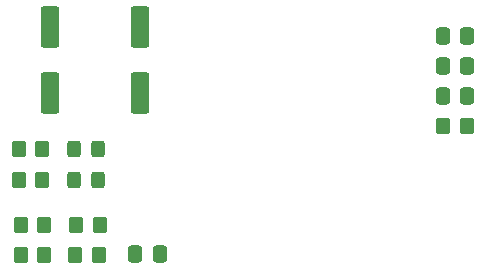
<source format=gtp>
G04 #@! TF.GenerationSoftware,KiCad,Pcbnew,7.0.8*
G04 #@! TF.CreationDate,2024-01-10T12:44:37+01:00*
G04 #@! TF.ProjectId,CAN_board,43414e5f-626f-4617-9264-2e6b69636164,rev?*
G04 #@! TF.SameCoordinates,Original*
G04 #@! TF.FileFunction,Paste,Top*
G04 #@! TF.FilePolarity,Positive*
%FSLAX46Y46*%
G04 Gerber Fmt 4.6, Leading zero omitted, Abs format (unit mm)*
G04 Created by KiCad (PCBNEW 7.0.8) date 2024-01-10 12:44:37*
%MOMM*%
%LPD*%
G01*
G04 APERTURE LIST*
G04 Aperture macros list*
%AMRoundRect*
0 Rectangle with rounded corners*
0 $1 Rounding radius*
0 $2 $3 $4 $5 $6 $7 $8 $9 X,Y pos of 4 corners*
0 Add a 4 corners polygon primitive as box body*
4,1,4,$2,$3,$4,$5,$6,$7,$8,$9,$2,$3,0*
0 Add four circle primitives for the rounded corners*
1,1,$1+$1,$2,$3*
1,1,$1+$1,$4,$5*
1,1,$1+$1,$6,$7*
1,1,$1+$1,$8,$9*
0 Add four rect primitives between the rounded corners*
20,1,$1+$1,$2,$3,$4,$5,0*
20,1,$1+$1,$4,$5,$6,$7,0*
20,1,$1+$1,$6,$7,$8,$9,0*
20,1,$1+$1,$8,$9,$2,$3,0*%
G04 Aperture macros list end*
%ADD10RoundRect,0.250000X-0.550000X1.500000X-0.550000X-1.500000X0.550000X-1.500000X0.550000X1.500000X0*%
%ADD11RoundRect,0.250000X-0.350000X-0.450000X0.350000X-0.450000X0.350000X0.450000X-0.350000X0.450000X0*%
%ADD12RoundRect,0.250000X0.325000X0.450000X-0.325000X0.450000X-0.325000X-0.450000X0.325000X-0.450000X0*%
%ADD13RoundRect,0.250000X-0.337500X-0.475000X0.337500X-0.475000X0.337500X0.475000X-0.337500X0.475000X0*%
%ADD14RoundRect,0.250000X0.337500X0.475000X-0.337500X0.475000X-0.337500X-0.475000X0.337500X-0.475000X0*%
G04 APERTURE END LIST*
D10*
X121920000Y-93855000D03*
X121920000Y-99455000D03*
X129540000Y-93855000D03*
X129540000Y-99455000D03*
D11*
X121455000Y-110625000D03*
X119455000Y-110625000D03*
X126132500Y-110625000D03*
X124132500Y-110625000D03*
X157210000Y-102235000D03*
X155210000Y-102235000D03*
X119285000Y-104140000D03*
X121285000Y-104140000D03*
X121285000Y-106815000D03*
X119285000Y-106815000D03*
X119455000Y-113165000D03*
X121455000Y-113165000D03*
X124095000Y-113165000D03*
X126095000Y-113165000D03*
D12*
X123950000Y-104140000D03*
X126000000Y-104140000D03*
X126000000Y-106815000D03*
X123950000Y-106815000D03*
D13*
X157247500Y-99695000D03*
X155172500Y-99695000D03*
D14*
X131212500Y-113030000D03*
X129137500Y-113030000D03*
D13*
X157247500Y-94615000D03*
X155172500Y-94615000D03*
X155172500Y-97155000D03*
X157247500Y-97155000D03*
M02*

</source>
